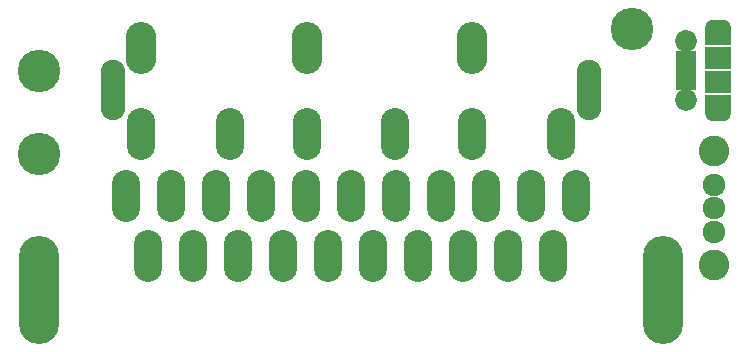
<source format=gts>
G04 #@! TF.FileFunction,Soldermask,Top*
%FSLAX46Y46*%
G04 Gerber Fmt 4.6, Leading zero omitted, Abs format (unit mm)*
G04 Created by KiCad (PCBNEW 4.0.7) date 06/10/18 23:46:38*
%MOMM*%
%LPD*%
G01*
G04 APERTURE LIST*
%ADD10C,0.100000*%
%ADD11C,2.600000*%
%ADD12C,1.924000*%
%ADD13R,2.300000X1.900000*%
%ADD14C,1.850000*%
%ADD15R,1.750000X0.800000*%
%ADD16O,2.300000X1.600000*%
%ADD17R,2.300000X1.600000*%
%ADD18O,3.400000X9.150000*%
%ADD19C,3.400000*%
%ADD20O,2.400000X4.400000*%
%ADD21O,2.600000X4.400000*%
%ADD22O,2.100000X5.100000*%
%ADD23C,3.600000*%
G04 APERTURE END LIST*
D10*
D11*
X182118000Y-127024000D03*
D12*
X182118000Y-122174000D03*
X182118000Y-120174000D03*
X182118000Y-124174000D03*
D11*
X182118000Y-117324000D03*
D13*
X182468000Y-109490000D03*
D14*
X179768000Y-112990000D03*
D15*
X179768000Y-111140000D03*
X179768000Y-111790000D03*
X179768000Y-109190000D03*
X179768000Y-109840000D03*
X179768000Y-110490000D03*
D14*
X179768000Y-107990000D03*
D13*
X182468000Y-111490000D03*
D16*
X182468000Y-113990000D03*
X182468000Y-106990000D03*
D17*
X182468000Y-107590000D03*
X182468000Y-113390000D03*
D18*
X177784000Y-129063000D03*
D19*
X124984000Y-126188000D03*
X177784000Y-126188000D03*
X177784000Y-131938000D03*
D20*
X153289000Y-126238000D03*
X149479000Y-126238000D03*
X145669000Y-126238000D03*
X151384000Y-121158000D03*
X147574000Y-121158000D03*
X143764000Y-121158000D03*
X141859000Y-126238000D03*
X139954000Y-121158000D03*
X138049000Y-126238000D03*
X136144000Y-121158000D03*
X134239000Y-126238000D03*
X132334000Y-121158000D03*
X170434000Y-121158000D03*
X168529000Y-126238000D03*
X166624000Y-121158000D03*
X164719000Y-126238000D03*
X162814000Y-121158000D03*
X160909000Y-126238000D03*
X159004000Y-121158000D03*
X157099000Y-126238000D03*
X155194000Y-121158000D03*
D19*
X124984000Y-131938000D03*
D18*
X124984000Y-129063000D03*
D21*
X133634000Y-108628000D03*
X147634000Y-108628000D03*
X161634000Y-108628000D03*
D20*
X133634000Y-115878000D03*
X141134000Y-115878000D03*
X169134000Y-115878000D03*
X161634000Y-115878000D03*
X155134000Y-115878000D03*
X147634000Y-115878000D03*
D22*
X171534000Y-112128000D03*
X131234000Y-112128000D03*
D23*
X124984000Y-117604667D03*
X124984000Y-110521333D03*
X175154000Y-107028000D03*
M02*

</source>
